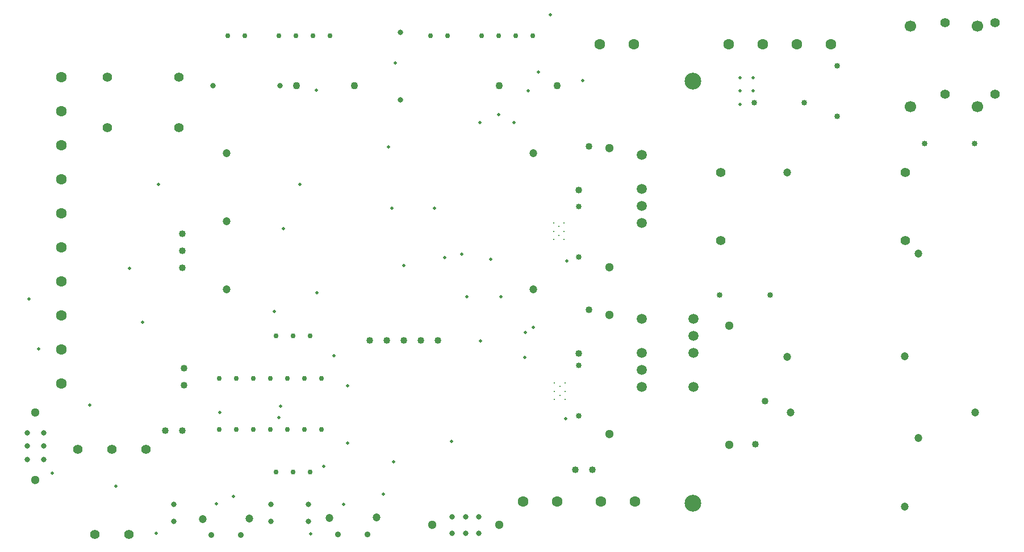
<source format=gbr>
%TF.GenerationSoftware,Altium Limited,Altium Designer,21.3.2 (30)*%
G04 Layer_Color=0*
%FSLAX26Y26*%
%MOIN*%
%TF.SameCoordinates,53465ED1-0DC7-484A-8DCD-68ECABD516C6*%
%TF.FilePolarity,Positive*%
%TF.FileFunction,Plated,1,2,PTH,Drill*%
%TF.Part,Single*%
G01*
G75*
%TA.AperFunction,ComponentDrill*%
%ADD173C,0.031496*%
%ADD174C,0.051181*%
%ADD175C,0.051181*%
%ADD176C,0.031496*%
%ADD177C,0.040000*%
%ADD178C,0.033465*%
%ADD179C,0.062992*%
%ADD180C,0.059055*%
%ADD181C,0.047244*%
%ADD182C,0.047244*%
%ADD183C,0.035433*%
%ADD184C,0.030000*%
%ADD185C,0.040000*%
%ADD186C,0.066929*%
%ADD187C,0.043307*%
%ADD188C,0.055118*%
%ADD189C,0.062992*%
%ADD190C,0.055118*%
%ADD191C,0.029528*%
%ADD192C,0.029528*%
%ADD193C,0.033465*%
%TA.AperFunction,OtherDrill,Pad Free-0 (5314.961mil,2047.244mil)*%
%ADD194C,0.098425*%
%TA.AperFunction,OtherDrill,Pad Free-0 (5314.961mil,4527.559mil)*%
%ADD195C,0.098425*%
%TA.AperFunction,ViaDrill,NotFilled*%
%ADD196C,0.020000*%
%ADD197C,0.012992*%
D173*
X3902520Y1870000D02*
D03*
X3981260D02*
D03*
X4060000D02*
D03*
Y1968425D02*
D03*
X3981260D02*
D03*
X3902520D02*
D03*
X2891850Y4500000D02*
D03*
X2498150D02*
D03*
D174*
X3784410Y1919213D02*
D03*
X4178110D02*
D03*
D175*
X1456693Y2185039D02*
D03*
Y2578740D02*
D03*
X4825000Y2455000D02*
D03*
X5530000Y2390000D02*
D03*
Y3090000D02*
D03*
X4825000Y3435000D02*
D03*
Y3155000D02*
D03*
Y4135000D02*
D03*
D176*
X2270000Y1940000D02*
D03*
Y2040000D02*
D03*
X2840000D02*
D03*
Y1940000D02*
D03*
X3060000D02*
D03*
Y2040000D02*
D03*
X1505906Y2381890D02*
D03*
Y2460630D02*
D03*
Y2303150D02*
D03*
X1407480Y2381890D02*
D03*
Y2460630D02*
D03*
Y2303150D02*
D03*
X3600000Y4418150D02*
D03*
Y4811850D02*
D03*
D177*
X2330000Y2740000D02*
D03*
Y2840000D02*
D03*
X2320000Y3430000D02*
D03*
Y3530000D02*
D03*
Y3630000D02*
D03*
X4645472Y2927047D02*
D03*
X4704528Y3182953D02*
D03*
X4645472Y3887047D02*
D03*
X4704528Y4142953D02*
D03*
X5739528Y2647953D02*
D03*
X5680472Y2392047D02*
D03*
D178*
X5472362Y3270000D02*
D03*
X5767638D02*
D03*
X6674724Y4160000D02*
D03*
X6970000D02*
D03*
X5969488Y4400000D02*
D03*
X5674213D02*
D03*
D179*
X4320000Y2057481D02*
D03*
X4520000D02*
D03*
X4775000D02*
D03*
X4975000D02*
D03*
X6125000Y4742520D02*
D03*
X5925000D02*
D03*
X5725000D02*
D03*
X5525000D02*
D03*
X4970000D02*
D03*
X4770000D02*
D03*
D180*
X5015000Y2730000D02*
D03*
Y2830000D02*
D03*
Y2930000D02*
D03*
Y3130000D02*
D03*
X5320000Y2730000D02*
D03*
Y2930000D02*
D03*
Y3030000D02*
D03*
Y3130000D02*
D03*
X5015000Y3695000D02*
D03*
Y3795000D02*
D03*
Y3895000D02*
D03*
Y4095000D02*
D03*
D181*
X5870000Y2907323D02*
D03*
X6560000Y2908661D02*
D03*
X6640000Y2430000D02*
D03*
X6560000Y2025748D02*
D03*
X6640000Y3512677D02*
D03*
X6560000Y3991339D02*
D03*
Y3994252D02*
D03*
X5870000Y3990000D02*
D03*
D182*
X2437205Y1953740D02*
D03*
X2712795Y1957677D02*
D03*
X3182205Y1958740D02*
D03*
X3457795Y1962677D02*
D03*
X4380000Y3305000D02*
D03*
Y4105000D02*
D03*
X5888661Y2580000D02*
D03*
X6971339D02*
D03*
X2580000Y4105000D02*
D03*
Y3705000D02*
D03*
Y3305000D02*
D03*
D183*
X2488386Y1859252D02*
D03*
X2661614D02*
D03*
X3233386Y1864252D02*
D03*
X3406614D02*
D03*
D184*
X4375000Y4795000D02*
D03*
X4275000D02*
D03*
X4175000D02*
D03*
X4075000D02*
D03*
X3875000D02*
D03*
X3775000D02*
D03*
X3185000D02*
D03*
X3085000D02*
D03*
X2985000D02*
D03*
X2885000D02*
D03*
X2685000D02*
D03*
X2585000D02*
D03*
D185*
X2220000Y2475000D02*
D03*
X2320000D02*
D03*
X3420000Y3003740D02*
D03*
X3520000D02*
D03*
X3620000D02*
D03*
X3720000D02*
D03*
X3820000D02*
D03*
X4625984Y2244095D02*
D03*
X4725984D02*
D03*
D186*
X6591299Y4377559D02*
D03*
X6985000D02*
D03*
Y4850000D02*
D03*
X6591299D02*
D03*
D187*
X4520000Y4500000D02*
D03*
X4180000D02*
D03*
X3330000D02*
D03*
X2990000D02*
D03*
D188*
X1805000Y1865000D02*
D03*
X2005000D02*
D03*
X2105000Y2365000D02*
D03*
X1905000D02*
D03*
X1705000D02*
D03*
X2300000Y4254724D02*
D03*
Y4550000D02*
D03*
X1878740D02*
D03*
Y4254724D02*
D03*
X5480000Y3590000D02*
D03*
Y3991575D02*
D03*
X6562677Y3590000D02*
D03*
Y3991575D02*
D03*
D189*
X1607480Y2750000D02*
D03*
Y2950000D02*
D03*
Y3150000D02*
D03*
Y3350000D02*
D03*
Y3550000D02*
D03*
Y3750000D02*
D03*
Y3950000D02*
D03*
Y4150000D02*
D03*
Y4350000D02*
D03*
Y4550000D02*
D03*
D190*
X6794724Y4450000D02*
D03*
X7090000D02*
D03*
Y4871260D02*
D03*
X6794724D02*
D03*
D191*
X2870000Y2230000D02*
D03*
X2970000D02*
D03*
X3070000D02*
D03*
Y3030000D02*
D03*
X2970000D02*
D03*
X2870000D02*
D03*
D192*
X2536535Y2480000D02*
D03*
X2636535D02*
D03*
X2736535D02*
D03*
X2836535D02*
D03*
X2936535D02*
D03*
X3036535D02*
D03*
X3136535D02*
D03*
Y2780000D02*
D03*
X3036535D02*
D03*
X2936535D02*
D03*
X2836535D02*
D03*
X2736535D02*
D03*
X2636535D02*
D03*
X2536535D02*
D03*
D193*
X4645000Y2560000D02*
D03*
Y2855276D02*
D03*
Y3495000D02*
D03*
Y3790276D02*
D03*
X6161417Y4320866D02*
D03*
Y4616142D02*
D03*
D194*
X5314961Y2047244D02*
D03*
D195*
X5314961Y4527559D02*
D03*
D196*
X2165354Y1870079D02*
D03*
X1929134Y2145669D02*
D03*
X1774000Y2625000D02*
D03*
X1555118Y2224409D02*
D03*
X1476378Y2952756D02*
D03*
X1417323Y3248032D02*
D03*
X2007874Y3425197D02*
D03*
X2086614Y3110236D02*
D03*
X2540000Y2580000D02*
D03*
X2886535Y2550000D02*
D03*
X2893701Y2618110D02*
D03*
X3149606Y2263780D02*
D03*
X3287402Y2401575D02*
D03*
X3497165Y2099528D02*
D03*
X3560000Y2290000D02*
D03*
X3900000Y2410000D02*
D03*
X4330000Y2905000D02*
D03*
X4330709Y3051181D02*
D03*
X4380000Y3080000D02*
D03*
X4190000Y3260000D02*
D03*
X4130000Y3480000D02*
D03*
X3990000Y3260000D02*
D03*
X3960000Y3510000D02*
D03*
X3860000Y3490000D02*
D03*
X3800000Y3780000D02*
D03*
X3550000D02*
D03*
X3620000Y3443740D02*
D03*
X4070000Y3000000D02*
D03*
X4570000Y2545000D02*
D03*
X4575000Y3470000D02*
D03*
X5590551Y4389764D02*
D03*
X5669291Y4468504D02*
D03*
Y4547244D02*
D03*
X5590551D02*
D03*
Y4468504D02*
D03*
X4670000Y4530000D02*
D03*
X4410000Y4580000D02*
D03*
X4350000Y4470000D02*
D03*
X4265000Y4285000D02*
D03*
X4175000Y4330000D02*
D03*
X4065000Y4285000D02*
D03*
X3570000Y4635000D02*
D03*
X3530000Y4140000D02*
D03*
X3105000Y4475000D02*
D03*
X3010000Y3920000D02*
D03*
X2913386Y3661417D02*
D03*
X3110000Y3281890D02*
D03*
X2858465Y3173425D02*
D03*
X3208661Y2913386D02*
D03*
X3287402Y2736220D02*
D03*
X3265000Y2040000D02*
D03*
X3073445Y1867500D02*
D03*
X2618110Y2086614D02*
D03*
X2520000Y2045000D02*
D03*
X2180000Y3920000D02*
D03*
X4480000Y4918010D02*
D03*
D197*
X4503504Y2657756D02*
D03*
Y2705000D02*
D03*
Y2752244D02*
D03*
X4535000Y2732559D02*
D03*
Y2681378D02*
D03*
X4566496Y2705000D02*
D03*
Y2657756D02*
D03*
Y2752244D02*
D03*
X4560000Y3597756D02*
D03*
Y3645000D02*
D03*
X4528504Y3621378D02*
D03*
Y3672559D02*
D03*
X4497008Y3645000D02*
D03*
Y3597756D02*
D03*
Y3692244D02*
D03*
X4560000D02*
D03*
%TF.MD5,5a22e89ef71ad3cb0bafe8603a86c008*%
M02*

</source>
